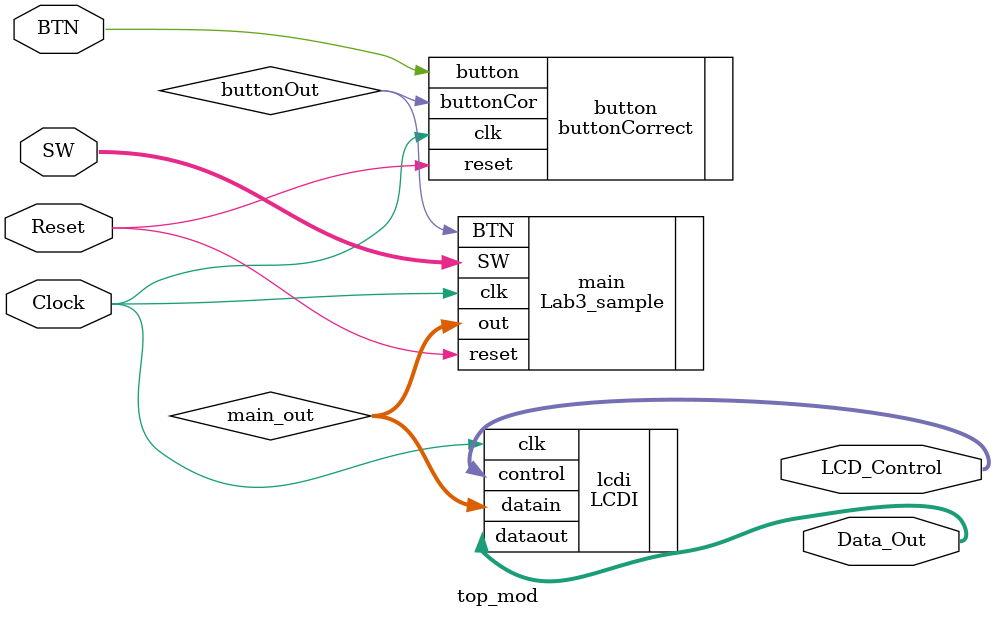
<source format=v>
`timescale 1ns / 1ps
module top_mod(BTN, SW, Clock, Reset, LCD_Control, Data_Out);

input [3:0] SW;
input BTN;
input Clock, Reset;
output [2:0] LCD_Control;
output [3:0] Data_Out;


wire buttonOut;
wire [9:0] main_out;


buttonCorrect button(.clk(Clock), .button(BTN), .reset(Reset), .buttonCor(buttonOut));

Lab3_sample main(.clk(Clock), .reset(Reset), .BTN(buttonOut), .SW(SW), .out(main_out));

LCDI lcdi(.clk(Clock), .datain(main_out), .dataout(Data_Out), .control(LCD_Control));

endmodule

</source>
